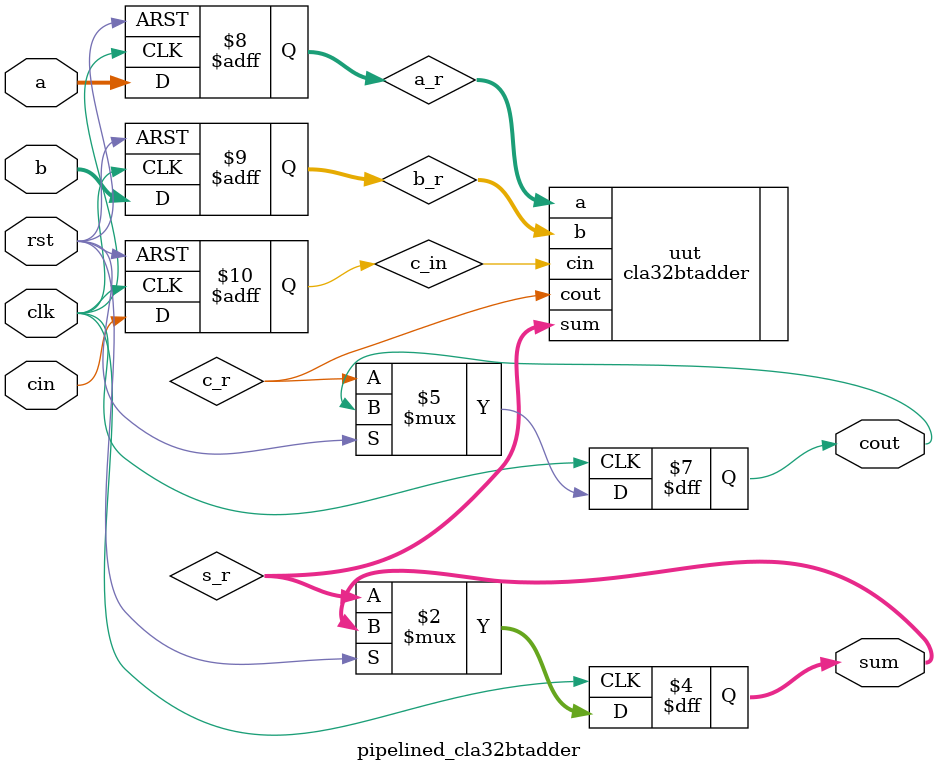
<source format=v>
`timescale 1ns / 1ps


 


module pipelined_cla32btadder(input clk,
input rst,
input  [31:0]a,
input  [31:0]b,
input cin,
output  reg[31:0]sum,
output  reg cout
    );
    reg [31:0] a_r,b_r;
    reg c_in;
    wire [31:0] s_r;
    wire c_r;
    cla32btadder uut(.a(a_r), .b(b_r), .cin(c_in), .sum(s_r), .cout(c_r));
    always @ (posedge clk or posedge rst) begin
    if(rst)
    begin
    a_r<=32'b00000000000000000000000000000000;
    b_r<=32'b00000000000000000000000000000000;
    c_in<=1'b00000000000000000000000000000000;
    
    
    end
    else
    begin
    a_r<=a;
    b_r<=b;
    c_in<=cin;
    sum<=s_r;
    cout<=c_r;
    end
    end



endmodule




















</source>
